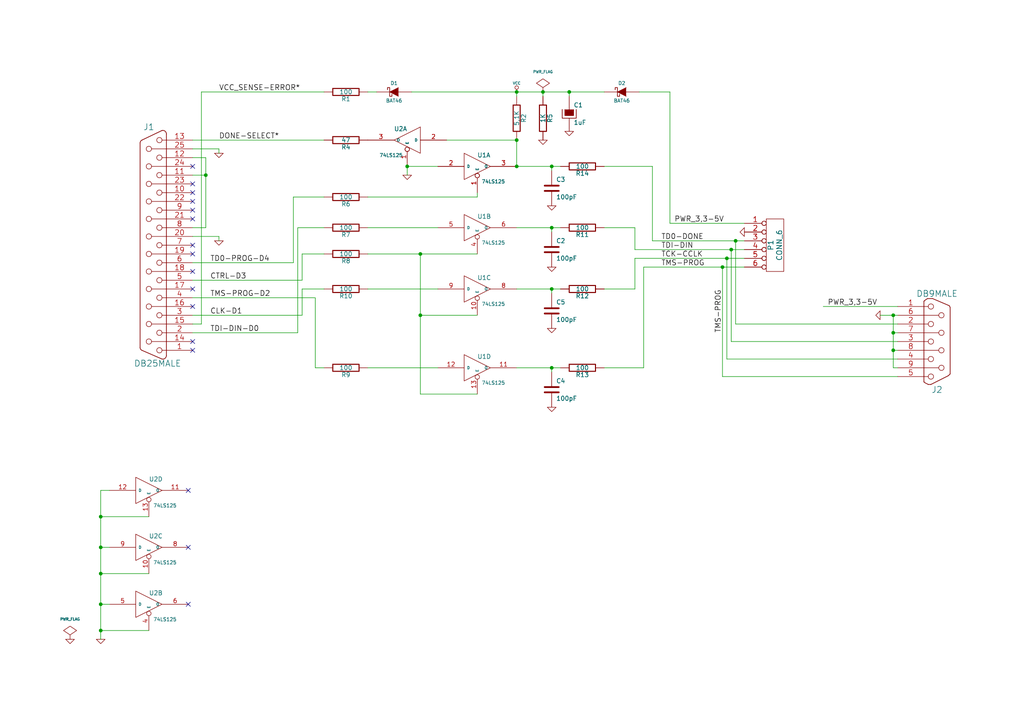
<source format=kicad_sch>
(kicad_sch (version 20230121) (generator eeschema)
  (paper "A4")
  (title_block (title "CABLE PARALLELE III") (date "10 feb 2011") (rev "1"))
  (lib_symbols
    (symbol "sonde-xilinx-rescue:74LS125" (pin_names (offset 0.762))
      (property "Reference" "U" (at 0 2.54 0))
      (property "Value" "74LS125" (at 1.27 -3.81 0))
      (symbol "74LS125_0_0"
        (pin power_in line (at -3.81 3.81 270) (length 0) hide (name "VCC") (number "14"))
        (pin power_in line (at -3.81 -3.81 90) (length 0) hide (name "GND") (number "7"))
      )
      (symbol "74LS125_0_1"
        (polyline (pts (xy -3.81 3.81) (xy -3.81 -3.81) (xy 3.81 0) (xy -3.81 3.81)))
      )
      (symbol "74LS125_1_0"
        (pin input inverted (at 0 -7.62 90) (length 5.588) (name "E") (number "1"))
      )
      (symbol "74LS125_1_1"
        (pin input line (at -11.43 0 0) (length 7.62) (name "D") (number "2"))
        (pin tri_state line (at 11.43 0 180) (length 7.62) (name "O") (number "3"))
      )
      (symbol "74LS125_2_0"
        (pin input inverted (at 0 -7.62 90) (length 5.588) (name "E") (number "4"))
      )
      (symbol "74LS125_2_1"
        (pin input line (at -11.43 0 0) (length 7.62) (name "D") (number "5"))
        (pin tri_state line (at 11.43 0 180) (length 7.62) (name "O") (number "6"))
      )
      (symbol "74LS125_3_0"
        (pin input inverted (at 0 -7.62 90) (length 5.588) (name "E") (number "10"))
      )
      (symbol "74LS125_3_1"
        (pin tri_state line (at 11.43 0 180) (length 7.62) (name "O") (number "8"))
        (pin input line (at -11.43 0 0) (length 7.62) (name "D") (number "9"))
      )
      (symbol "74LS125_4_0"
        (pin input inverted (at 0 -7.62 90) (length 5.588) (name "E") (number "13"))
      )
      (symbol "74LS125_4_1"
        (pin tri_state line (at 11.43 0 180) (length 7.62) (name "O") (number "11"))
        (pin input line (at -11.43 0 0) (length 7.62) (name "D") (number "12"))
      )
    )
    (symbol "sonde-xilinx-rescue:C" (pin_numbers hide) (pin_names (offset 0.254))
      (property "Reference" "C" (at 0 2.54 0))
      (property "Value" "C" (at 0.1524 -2.159 0))
      (symbol "C_0_1"
        (polyline (pts (xy -2.032 -0.762) (xy 2.032 -0.762)) (stroke (width 0.508)))
        (polyline (pts (xy -2.032 0.762) (xy 2.032 0.762)) (stroke (width 0.508)))
      )
      (symbol "C_1_1"
        (pin passive line (at 0 5.08 270) (length 4.318) (name "~") (number "1"))
        (pin passive line (at 0 -5.08 90) (length 4.318) (name "~") (number "2"))
      )
    )
    (symbol "sonde-xilinx-rescue:CONN_6" (pin_names (offset 0.762) hide)
      (property "Reference" "P" (at -1.27 0 90))
      (property "Value" "CONN_6" (at 1.27 0 90))
      (symbol "CONN_6_0_1"
        (rectangle (start -2.54 7.62) (end 2.54 -7.62))
      )
      (symbol "CONN_6_1_1"
        (pin passive inverted (at -8.89 6.35 0) (length 6.35) (name "1") (number "1"))
        (pin passive inverted (at -8.89 3.81 0) (length 6.35) (name "2") (number "2"))
        (pin passive inverted (at -8.89 1.27 0) (length 6.35) (name "3") (number "3"))
        (pin passive inverted (at -8.89 -1.27 0) (length 6.35) (name "4") (number "4"))
        (pin passive inverted (at -8.89 -3.81 0) (length 6.35) (name "5") (number "5"))
        (pin passive inverted (at -8.89 -6.35 0) (length 6.35) (name "6") (number "6"))
      )
    )
    (symbol "sonde-xilinx-rescue:CP" (pin_numbers hide) (pin_names (offset 0.254) hide)
      (property "Reference" "C" (at 1.27 2.54 0))
      (property "Value" "CP" (at 1.27 -2.54 0))
      (symbol "CP_0_1"
        (polyline (pts (xy -2.032 1.27) (xy -2.032 -1.27) (xy 2.032 -1.27) (xy 2.032 1.27)) (stroke (width 0.2032)))
        (polyline (pts (xy -1.27 1.27) (xy -1.27 -0.508) (xy 1.27 -0.508) (xy 1.27 1.27)) (fill (type outline)))
      )
      (symbol "CP_1_1"
        (pin passive line (at 0 5.08 270) (length 3.81) (name "~") (number "1"))
        (pin passive line (at 0 -5.08 90) (length 3.81) (name "~") (number "2"))
      )
    )
    (symbol "sonde-xilinx-rescue:DB25" (pin_names (offset 1.016) hide)
      (property "Reference" "J" (at 1.27 34.29 0))
      (property "Value" "DB25" (at -1.27 -34.29 0))
      (symbol "DB25_0_1"
        (arc (start -3.81 -32.004) (mid -3.4118 -32.8103) (end -2.54 -33.02) (stroke (width 0.2032)))
        (arc (start -2.54 33.274) (mid -3.4192 33.0712) (end -3.81 32.258) (stroke (width 0.2032)))
        (circle (center -1.778 -30.48) (radius 0.762))
        (circle (center -1.778 -25.4) (radius 0.762))
        (circle (center -1.778 -20.32) (radius 0.762))
        (circle (center -1.778 -15.24) (radius 0.762))
        (circle (center -1.778 -10.16) (radius 0.762))
        (circle (center -1.778 -5.08) (radius 0.762))
        (circle (center -1.778 0) (radius 0.762))
        (circle (center -1.778 5.08) (radius 0.762))
        (circle (center -1.778 10.16) (radius 0.762))
        (circle (center -1.778 15.24) (radius 0.762))
        (circle (center -1.778 20.32) (radius 0.762))
        (circle (center -1.778 25.4) (radius 0.762))
        (circle (center -1.778 30.48) (radius 0.762))
        (polyline (pts (xy -3.81 -32.004) (xy -3.81 32.258)) (stroke (width 0.2032)))
        (polyline (pts (xy -3.81 -30.48) (xy -2.54 -30.48)))
        (polyline (pts (xy -3.81 -27.94) (xy 0.508 -27.94)))
        (polyline (pts (xy -3.81 -25.4) (xy -2.54 -25.4)))
        (polyline (pts (xy -3.81 -22.86) (xy 0.508 -22.86)))
        (polyline (pts (xy -3.81 -20.32) (xy -2.54 -20.32)))
        (polyline (pts (xy -3.81 -17.78) (xy 0.508 -17.78)))
        (polyline (pts (xy -3.81 -15.24) (xy -2.54 -15.24)))
        (polyline (pts (xy -3.81 -12.7) (xy 0.508 -12.7)))
        (polyline (pts (xy -3.81 -10.16) (xy -2.54 -10.16)))
        (polyline (pts (xy -3.81 -7.62) (xy 0.508 -7.62)))
        (polyline (pts (xy -3.81 -5.08) (xy -2.54 -5.08)))
        (polyline (pts (xy -3.81 -2.54) (xy 0.508 -2.54)))
        (polyline (pts (xy -3.81 0) (xy -2.54 0)))
        (polyline (pts (xy -3.81 2.54) (xy 0.508 2.54)))
        (polyline (pts (xy -3.81 5.08) (xy -2.54 5.08)))
        (polyline (pts (xy -3.81 7.62) (xy 0.508 7.62)))
        (polyline (pts (xy -3.81 10.16) (xy -2.54 10.16)))
        (polyline (pts (xy -3.81 12.7) (xy 0.508 12.7)))
        (polyline (pts (xy -3.81 15.24) (xy -2.54 15.24)))
        (polyline (pts (xy -3.81 17.78) (xy 0.508 17.78)))
        (polyline (pts (xy -3.81 20.32) (xy -2.54 20.32)))
        (polyline (pts (xy -3.81 22.86) (xy 0.508 22.86)))
        (polyline (pts (xy -3.81 25.4) (xy -2.54 25.4)))
        (polyline (pts (xy -3.81 27.94) (xy 0.508 27.94)))
        (polyline (pts (xy -3.81 30.48) (xy -2.54 30.48)))
        (polyline (pts (xy -2.54 -33.02) (xy 3.302 -30.48)) (stroke (width 0.2032)))
        (polyline (pts (xy 3.302 30.48) (xy -2.54 33.274)) (stroke (width 0.2032)))
        (polyline (pts (xy 3.81 -29.718) (xy 3.81 29.718)) (stroke (width 0.2032)))
        (circle (center 1.27 -27.94) (radius 0.762))
        (circle (center 1.27 -22.86) (radius 0.762))
        (circle (center 1.27 -17.78) (radius 0.762))
        (circle (center 1.27 -12.7) (radius 0.762))
        (circle (center 1.27 -7.62) (radius 0.762))
        (circle (center 1.27 -2.54) (radius 0.762))
        (circle (center 1.27 2.54) (radius 0.762))
        (circle (center 1.27 7.62) (radius 0.762))
        (circle (center 1.27 12.7) (radius 0.762))
        (circle (center 1.27 17.78) (radius 0.762))
        (circle (center 1.27 22.86) (radius 0.762))
        (circle (center 1.27 27.94) (radius 0.762))
        (arc (start 3.302 -30.48) (mid 3.6653 -30.1718) (end 3.81 -29.718) (stroke (width 0.2032)))
        (arc (start 3.7846 29.718) (mid 3.654 30.1598) (end 3.302 30.4546) (stroke (width 0.2032)))
      )
      (symbol "DB25_1_1"
        (pin passive line (at -11.43 -30.48 0) (length 7.62) (name "1") (number "1"))
        (pin passive line (at -11.43 15.24 0) (length 7.62) (name "10") (number "10"))
        (pin passive line (at -11.43 20.32 0) (length 7.62) (name "11") (number "11"))
        (pin passive line (at -11.43 25.4 0) (length 7.62) (name "12") (number "12"))
        (pin passive line (at -11.43 30.48 0) (length 7.62) (name "13") (number "13"))
        (pin passive line (at -11.43 -27.94 0) (length 7.62) (name "P14") (number "14"))
        (pin passive line (at -11.43 -22.86 0) (length 7.62) (name "P15") (number "15"))
        (pin passive line (at -11.43 -17.78 0) (length 7.62) (name "P16") (number "16"))
        (pin passive line (at -11.43 -12.7 0) (length 7.62) (name "P17") (number "17"))
        (pin passive line (at -11.43 -7.62 0) (length 7.62) (name "P18") (number "18"))
        (pin passive line (at -11.43 -2.54 0) (length 7.62) (name "P19") (number "19"))
        (pin passive line (at -11.43 -25.4 0) (length 7.62) (name "2") (number "2"))
        (pin passive line (at -11.43 2.54 0) (length 7.62) (name "P20") (number "20"))
        (pin passive line (at -11.43 7.62 0) (length 7.62) (name "P21") (number "21"))
        (pin passive line (at -11.43 12.7 0) (length 7.62) (name "P22") (number "22"))
        (pin passive line (at -11.43 17.78 0) (length 7.62) (name "P23") (number "23"))
        (pin passive line (at -11.43 22.86 0) (length 7.62) (name "P24") (number "24"))
        (pin passive line (at -11.43 27.94 0) (length 7.62) (name "P25") (number "25"))
        (pin passive line (at -11.43 -20.32 0) (length 7.62) (name "3") (number "3"))
        (pin passive line (at -11.43 -15.24 0) (length 7.62) (name "4") (number "4"))
        (pin passive line (at -11.43 -10.16 0) (length 7.62) (name "5") (number "5"))
        (pin passive line (at -11.43 -5.08 0) (length 7.62) (name "6") (number "6"))
        (pin passive line (at -11.43 0 0) (length 7.62) (name "7") (number "7"))
        (pin passive line (at -11.43 5.08 0) (length 7.62) (name "8") (number "8"))
        (pin passive line (at -11.43 10.16 0) (length 7.62) (name "9") (number "9"))
      )
    )
    (symbol "sonde-xilinx-rescue:DB9" (pin_names (offset 1.016) hide)
      (property "Reference" "J" (at 0 13.97 0))
      (property "Value" "DB9" (at 0 -13.97 0))
      (symbol "DB9_0_1"
        (circle (center -1.778 -10.16) (radius 0.762))
        (circle (center -1.778 -5.08) (radius 0.762))
        (circle (center -1.778 0) (radius 0.762))
        (circle (center -1.778 5.08) (radius 0.762))
        (circle (center -1.778 10.16) (radius 0.762))
        (polyline (pts (xy -3.81 -11.684) (xy -3.81 11.684)) (stroke (width 0.2032)))
        (polyline (pts (xy -3.81 -11.6586) (xy -3.556 -11.938)) (stroke (width 0.2032)))
        (polyline (pts (xy -3.81 -10.16) (xy -2.54 -10.16)))
        (polyline (pts (xy -3.81 -7.62) (xy 0.508 -7.62)))
        (polyline (pts (xy -3.81 -5.08) (xy -2.54 -5.08)))
        (polyline (pts (xy -3.81 -2.54) (xy 0.508 -2.54)))
        (polyline (pts (xy -3.81 0) (xy -2.54 0)))
        (polyline (pts (xy -3.81 2.54) (xy 0.508 2.54)))
        (polyline (pts (xy -3.81 5.08) (xy -2.54 5.08)))
        (polyline (pts (xy -3.81 7.62) (xy 0.508 7.62)))
        (polyline (pts (xy -3.81 10.16) (xy -2.54 10.16)))
        (polyline (pts (xy -3.556 -11.938) (xy -2.794 -12.446)) (stroke (width 0.2032)))
        (polyline (pts (xy -3.556 11.938) (xy -3.81 11.684)) (stroke (width 0.2032)))
        (polyline (pts (xy -3.556 11.938) (xy -2.54 12.446)) (stroke (width 0.2032)))
        (polyline (pts (xy -2.794 -12.446) (xy -1.27 -12.446)) (stroke (width 0.2032)))
        (polyline (pts (xy -2.54 12.446) (xy -1.778 12.446)) (stroke (width 0.2032)))
        (polyline (pts (xy 3.2766 9.906) (xy -1.778 12.446)) (stroke (width 0.2032)))
        (polyline (pts (xy 3.2766 9.906) (xy 3.81 9.398)) (stroke (width 0.2032)))
        (polyline (pts (xy 3.556 -10.3886) (xy -1.27 -12.446)) (stroke (width 0.2032)))
        (polyline (pts (xy 3.81 -9.906) (xy 3.556 -10.3886)) (stroke (width 0.2032)))
        (polyline (pts (xy 3.81 9.398) (xy 3.81 -9.906)) (stroke (width 0.2032)))
        (circle (center 1.27 -7.62) (radius 0.762))
        (circle (center 1.27 -2.54) (radius 0.762))
        (circle (center 1.27 2.54) (radius 0.762))
        (circle (center 1.27 7.62) (radius 0.762))
      )
      (symbol "DB9_1_1"
        (pin passive line (at -11.43 -10.16 0) (length 7.62) (name "1") (number "1"))
        (pin passive line (at -11.43 -5.08 0) (length 7.62) (name "2") (number "2"))
        (pin passive line (at -11.43 0 0) (length 7.62) (name "3") (number "3"))
        (pin passive line (at -11.43 5.08 0) (length 7.62) (name "4") (number "4"))
        (pin passive line (at -11.43 10.16 0) (length 7.62) (name "5") (number "5"))
        (pin passive line (at -11.43 -7.62 0) (length 7.62) (name "P6") (number "6"))
        (pin passive line (at -11.43 -2.54 0) (length 7.62) (name "P7") (number "7"))
        (pin passive line (at -11.43 2.54 0) (length 7.62) (name "P8") (number "8"))
        (pin passive line (at -11.43 7.62 0) (length 7.62) (name "P9") (number "9"))
      )
    )
    (symbol "sonde-xilinx-rescue:DIODESCH" (pin_numbers hide) (pin_names (offset 1.016) hide)
      (property "Reference" "D" (at 0 2.54 0))
      (property "Value" "DIODESCH" (at 0 -2.54 0))
      (symbol "DIODESCH_0_1"
        (polyline (pts (xy -1.27 1.27) (xy 1.27 0) (xy -1.27 -1.27)) (fill (type outline)))
        (polyline (pts (xy 1.905 0.635) (xy 1.905 1.27) (xy 1.27 1.27) (xy 1.27 -1.27) (xy 0.635 -1.27) (xy 0.635 -0.635)) (stroke (width 0.2032)))
      )
      (symbol "DIODESCH_1_1"
        (pin passive line (at -5.08 0 0) (length 3.81) (name "A") (number "1"))
        (pin passive line (at 5.08 0 180) (length 3.81) (name "K") (number "2"))
      )
    )
    (symbol "sonde-xilinx-rescue:GND" (power) (pin_names (offset 0))
      (symbol "GND_0_1"
        (polyline (pts (xy -1.27 0) (xy 0 -1.27) (xy 1.27 0) (xy -1.27 0)))
      )
      (symbol "GND_1_1"
        (pin power_in line (at 0 0 90) (length 0) hide (name "GND") (number "1"))
      )
    )
    (symbol "sonde-xilinx-rescue:PWR_FLAG" (power) (pin_numbers hide) (pin_names (offset 0) hide)
      (property "Value" "PWR_FLAG" (at 0 4.572 0))
      (symbol "PWR_FLAG_0_0"
        (pin power_out line (at 0 0 90) (length 0) (name "pwr") (number "1"))
      )
      (symbol "PWR_FLAG_0_1"
        (polyline (pts (xy 0 0) (xy 0 1.27) (xy -1.905 2.54) (xy 0 3.81) (xy 1.905 2.54) (xy 0 1.27)))
      )
    )
    (symbol "sonde-xilinx-rescue:R" (pin_numbers hide) (pin_names (offset 0))
      (property "Reference" "R" (at 2.032 0 90))
      (property "Value" "R" (at 0.1778 0.0254 90))
      (symbol "R_0_1"
        (rectangle (start -1.016 3.81) (end 1.016 -3.81) (stroke (width 0.3048)))
      )
      (symbol "R_1_1"
        (pin passive line (at 0 6.35 270) (length 2.54) (name "~") (number "1"))
        (pin passive line (at 0 -6.35 90) (length 2.54) (name "~") (number "2"))
      )
    )
    (symbol "sonde-xilinx-rescue:VCC" (power) (pin_names (offset 0))
      (property "Value" "VCC" (at 0 2.54 0))
      (symbol "VCC_0_0"
        (pin power_in line (at 0 0 90) (length 0) hide (name "VCC") (number "1"))
      )
      (symbol "VCC_0_1"
        (polyline (pts (xy 0 0) (xy 0 0.762) (xy 0 0.762)))
        (circle (center 0 1.27) (radius 0.508))
      )
    )
  )
  (junction (at 149.86 48.26))
  (junction (at 59.69 50.8))
  (junction (at 160.02 106.68))
  (junction (at 29.21 166.37))
  (junction (at 165.1 26.67))
  (junction (at 259.08 91.44))
  (junction (at 121.92 73.66))
  (junction (at 29.21 149.86))
  (junction (at 160.02 83.82))
  (junction (at 118.11 48.26))
  (junction (at 29.21 175.26))
  (junction (at 29.21 158.75))
  (junction (at 149.86 40.64))
  (junction (at 160.02 48.26))
  (junction (at 210.82 74.93))
  (junction (at 160.02 66.04))
  (junction (at 213.36 69.85))
  (junction (at 149.86 26.67))
  (junction (at 121.92 91.44))
  (junction (at 212.09 72.39))
  (junction (at 29.21 182.88))
  (junction (at 259.08 96.52))
  (junction (at 209.55 77.47))
  (junction (at 157.48 26.67))
  (junction (at 259.08 101.6))
  (no_connect (at 55.88 58.42))
  (no_connect (at 55.88 78.74))
  (no_connect (at 55.88 83.82))
  (no_connect (at 55.88 63.5))
  (no_connect (at 55.88 99.06))
  (no_connect (at 55.88 60.96))
  (no_connect (at 54.61 142.24))
  (no_connect (at 55.88 53.34))
  (no_connect (at 54.61 175.26))
  (no_connect (at 55.88 55.88))
  (no_connect (at 55.88 101.6))
  (no_connect (at 55.88 88.9))
  (no_connect (at 54.61 158.75))
  (no_connect (at 55.88 48.26))
  (no_connect (at 55.88 71.12))
  (no_connect (at 55.88 73.66))
  (wire (pts (xy 160.02 107.95) (xy 160.02 106.68)))
  (wire (pts (xy 209.55 77.47) (xy 215.9 77.47)))
  (wire (pts (xy 91.44 86.36) (xy 55.88 86.36)))
  (wire (pts (xy 149.86 26.67) (xy 149.86 27.94)))
  (wire (pts (xy 127 83.82) (xy 106.68 83.82)))
  (wire (pts (xy 121.92 91.44) (xy 121.92 73.66)))
  (wire (pts (xy 160.02 67.31) (xy 160.02 66.04)))
  (wire (pts (xy 160.02 106.68) (xy 149.86 106.68)))
  (wire (pts (xy 175.26 106.68) (xy 186.69 106.68)))
  (wire (pts (xy 213.36 93.98) (xy 213.36 69.85)))
  (wire (pts (xy 55.88 81.28) (xy 87.63 81.28)))
  (wire (pts (xy 157.48 26.67) (xy 157.48 27.94)))
  (wire (pts (xy 118.11 48.26) (xy 127 48.26)))
  (wire (pts (xy 29.21 142.24) (xy 31.75 142.24)))
  (wire (pts (xy 259.08 101.6) (xy 259.08 106.68)))
  (wire (pts (xy 58.42 26.67) (xy 58.42 93.98)))
  (wire (pts (xy 55.88 76.2) (xy 85.09 76.2)))
  (wire (pts (xy 29.21 166.37) (xy 29.21 158.75)))
  (wire (pts (xy 213.36 69.85) (xy 189.23 69.85)))
  (wire (pts (xy 55.88 91.44) (xy 87.63 91.44)))
  (wire (pts (xy 55.88 96.52) (xy 86.36 96.52)))
  (wire (pts (xy 63.5 43.18) (xy 55.88 43.18)))
  (wire (pts (xy 149.86 26.67) (xy 119.38 26.67)))
  (wire (pts (xy 260.35 88.9) (xy 238.76 88.9)))
  (wire (pts (xy 215.9 74.93) (xy 210.82 74.93)))
  (wire (pts (xy 85.09 76.2) (xy 85.09 57.15)))
  (wire (pts (xy 106.68 57.15) (xy 138.43 57.15)))
  (wire (pts (xy 121.92 73.66) (xy 106.68 73.66)))
  (wire (pts (xy 162.56 106.68) (xy 160.02 106.68)))
  (wire (pts (xy 118.11 50.8) (xy 118.11 48.26)))
  (wire (pts (xy 63.5 68.58) (xy 55.88 68.58)))
  (wire (pts (xy 175.26 26.67) (xy 165.1 26.67)))
  (wire (pts (xy 149.86 40.64) (xy 129.54 40.64)))
  (wire (pts (xy 259.08 91.44) (xy 259.08 96.52)))
  (wire (pts (xy 210.82 74.93) (xy 184.15 74.93)))
  (wire (pts (xy 184.15 66.04) (xy 175.26 66.04)))
  (wire (pts (xy 59.69 45.72) (xy 55.88 45.72)))
  (wire (pts (xy 194.31 26.67) (xy 185.42 26.67)))
  (wire (pts (xy 194.31 64.77) (xy 194.31 26.67)))
  (wire (pts (xy 63.5 69.85) (xy 63.5 68.58)))
  (wire (pts (xy 87.63 73.66) (xy 93.98 73.66)))
  (wire (pts (xy 29.21 185.42) (xy 29.21 182.88)))
  (wire (pts (xy 259.08 96.52) (xy 259.08 101.6)))
  (wire (pts (xy 87.63 91.44) (xy 87.63 83.82)))
  (wire (pts (xy 149.86 48.26) (xy 149.86 40.64)))
  (wire (pts (xy 260.35 109.22) (xy 209.55 109.22)))
  (wire (pts (xy 121.92 114.3) (xy 121.92 91.44)))
  (wire (pts (xy 29.21 182.88) (xy 29.21 175.26)))
  (wire (pts (xy 186.69 77.47) (xy 209.55 77.47)))
  (wire (pts (xy 43.18 149.86) (xy 29.21 149.86)))
  (wire (pts (xy 59.69 66.04) (xy 55.88 66.04)))
  (wire (pts (xy 63.5 44.45) (xy 63.5 43.18)))
  (wire (pts (xy 184.15 83.82) (xy 175.26 83.82)))
  (wire (pts (xy 189.23 69.85) (xy 189.23 48.26)))
  (wire (pts (xy 93.98 106.68) (xy 91.44 106.68)))
  (wire (pts (xy 259.08 106.68) (xy 260.35 106.68)))
  (wire (pts (xy 127 66.04) (xy 106.68 66.04)))
  (wire (pts (xy 149.86 66.04) (xy 160.02 66.04)))
  (wire (pts (xy 260.35 101.6) (xy 259.08 101.6)))
  (wire (pts (xy 87.63 83.82) (xy 93.98 83.82)))
  (wire (pts (xy 29.21 158.75) (xy 29.21 149.86)))
  (wire (pts (xy 109.22 26.67) (xy 106.68 26.67)))
  (wire (pts (xy 85.09 57.15) (xy 93.98 57.15)))
  (wire (pts (xy 59.69 66.04) (xy 59.69 50.8)))
  (wire (pts (xy 209.55 109.22) (xy 209.55 77.47)))
  (wire (pts (xy 186.69 106.68) (xy 186.69 77.47)))
  (wire (pts (xy 260.35 93.98) (xy 213.36 93.98)))
  (wire (pts (xy 212.09 99.06) (xy 212.09 72.39)))
  (wire (pts (xy 160.02 85.09) (xy 160.02 83.82)))
  (wire (pts (xy 160.02 48.26) (xy 149.86 48.26)))
  (wire (pts (xy 259.08 91.44) (xy 255.27 91.44)))
  (wire (pts (xy 157.48 26.67) (xy 149.86 26.67)))
  (wire (pts (xy 86.36 66.04) (xy 93.98 66.04)))
  (wire (pts (xy 260.35 104.14) (xy 210.82 104.14)))
  (wire (pts (xy 43.18 166.37) (xy 29.21 166.37)))
  (wire (pts (xy 31.75 175.26) (xy 29.21 175.26)))
  (wire (pts (xy 138.43 91.44) (xy 121.92 91.44)))
  (wire (pts (xy 215.9 72.39) (xy 212.09 72.39)))
  (wire (pts (xy 160.02 49.53) (xy 160.02 48.26)))
  (wire (pts (xy 87.63 81.28) (xy 87.63 73.66)))
  (wire (pts (xy 260.35 99.06) (xy 212.09 99.06)))
  (wire (pts (xy 215.9 69.85) (xy 213.36 69.85)))
  (wire (pts (xy 160.02 66.04) (xy 162.56 66.04)))
  (wire (pts (xy 184.15 72.39) (xy 184.15 66.04)))
  (wire (pts (xy 86.36 96.52) (xy 86.36 66.04)))
  (wire (pts (xy 55.88 40.64) (xy 93.98 40.64)))
  (wire (pts (xy 55.88 50.8) (xy 59.69 50.8)))
  (wire (pts (xy 165.1 27.94) (xy 165.1 26.67)))
  (wire (pts (xy 162.56 83.82) (xy 160.02 83.82)))
  (wire (pts (xy 59.69 50.8) (xy 59.69 45.72)))
  (wire (pts (xy 260.35 91.44) (xy 259.08 91.44)))
  (wire (pts (xy 58.42 26.67) (xy 93.98 26.67)))
  (wire (pts (xy 127 106.68) (xy 106.68 106.68)))
  (wire (pts (xy 29.21 149.86) (xy 29.21 142.24)))
  (wire (pts (xy 138.43 73.66) (xy 121.92 73.66)))
  (wire (pts (xy 215.9 64.77) (xy 194.31 64.77)))
  (wire (pts (xy 29.21 175.26) (xy 29.21 166.37)))
  (wire (pts (xy 212.09 72.39) (xy 184.15 72.39)))
  (wire (pts (xy 162.56 48.26) (xy 160.02 48.26)))
  (wire (pts (xy 184.15 74.93) (xy 184.15 83.82)))
  (wire (pts (xy 58.42 93.98) (xy 55.88 93.98)))
  (wire (pts (xy 210.82 104.14) (xy 210.82 74.93)))
  (wire (pts (xy 160.02 83.82) (xy 149.86 83.82)))
  (wire (pts (xy 138.43 114.3) (xy 121.92 114.3)))
  (wire (pts (xy 43.18 182.88) (xy 29.21 182.88)))
  (wire (pts (xy 189.23 48.26) (xy 175.26 48.26)))
  (wire (pts (xy 31.75 158.75) (xy 29.21 158.75)))
  (wire (pts (xy 260.35 96.52) (xy 259.08 96.52)))
  (wire (pts (xy 138.43 57.15) (xy 138.43 55.88)))
  (wire (pts (xy 91.44 106.68) (xy 91.44 86.36)))
  (wire (pts (xy 165.1 26.67) (xy 157.48 26.67)))
  (label "CTRL-D3" (at 60.96 81.28 0) (effects (font (size 1.524 1.524))))
  (label "DONE-SELECT*" (at 63.5 40.64 0) (effects (font (size 1.524 1.524))))
  (label "VCC_SENSE-ERROR*" (at 63.5 26.67 0) (effects (font (size 1.524 1.524))))
  (label "PWR_3,3-5V" (at 240.03 88.9 0) (effects (font (size 1.524 1.524))))
  (label "CLK-D1" (at 60.96 91.44 0) (effects (font (size 1.524 1.524))))
  (label "TD0-PROG-D4" (at 60.96 76.2 0) (effects (font (size 1.524 1.524))))
  (label "TDI-DIN" (at 191.77 72.39 0) (effects (font (size 1.524 1.524))))
  (label "TDI-DIN-D0" (at 60.96 96.52 0) (effects (font (size 1.524 1.524))))
  (label "TD0-DONE" (at 191.77 69.85 0) (effects (font (size 1.524 1.524))))
  (label "TMS-PROG-D2" (at 60.96 86.36 0) (effects (font (size 1.524 1.524))))
  (label "TMS-PROG" (at 191.77 77.47 0) (effects (font (size 1.524 1.524))))
  (label "TCK-CCLK" (at 191.77 74.93 0) (effects (font (size 1.524 1.524))))
  (label "TMS-PROG" (at 209.55 96.52 90) (effects (font (size 1.524 1.524))))
  (label "PWR_3,3-5V" (at 195.58 64.77 0) (effects (font (size 1.524 1.524))))
  (symbol (lib_id "sonde-xilinx-rescue:DB25") (at 44.45 71.12 0) (mirror y) (unit 1)
    (property "Reference" "J1" (at 43.18 36.83 0) (effects (font (size 1.778 1.778))))
    (property "Value" "DB25MALE" (at 45.72 105.41 0) (effects (font (size 1.778 1.778))))
  )
  (symbol (lib_id "sonde-xilinx-rescue:R") (at 100.33 26.67 270) (unit 1)
    (property "Reference" "R1" (at 100.33 28.702 90))
    (property "Value" "100" (at 100.33 26.67 90))
  )
  (symbol (lib_id "sonde-xilinx-rescue:R") (at 100.33 40.64 270) (unit 1)
    (property "Reference" "R4" (at 100.33 42.672 90))
    (property "Value" "47" (at 100.33 40.64 90))
  )
  (symbol (lib_id "sonde-xilinx-rescue:R") (at 100.33 57.15 270) (unit 1)
    (property "Reference" "R6" (at 100.33 59.182 90))
    (property "Value" "100" (at 100.33 57.15 90))
  )
  (symbol (lib_id "sonde-xilinx-rescue:R") (at 100.33 83.82 270) (unit 1)
    (property "Reference" "R10" (at 100.33 85.852 90))
    (property "Value" "100" (at 100.33 83.82 90))
  )
  (symbol (lib_id "sonde-xilinx-rescue:R") (at 100.33 106.68 270) (unit 1)
    (property "Reference" "R9" (at 100.33 108.712 90))
    (property "Value" "100" (at 100.33 106.68 90))
  )
  (symbol (lib_id "sonde-xilinx-rescue:74LS125") (at 118.11 40.64 0) (mirror y) (unit 1)
    (property "Reference" "U2" (at 118.11 38.1 0) (effects (justify left bottom)))
    (property "Value" "74LS125" (at 116.84 44.45 0) (effects (font (size 1.016 1.016)) (justify left top)))
  )
  (symbol (lib_id "sonde-xilinx-rescue:74LS125") (at 138.43 48.26 0) (unit 1)
    (property "Reference" "U1" (at 138.43 45.72 0) (effects (justify left bottom)))
    (property "Value" "74LS125" (at 139.7 52.07 0) (effects (font (size 1.016 1.016)) (justify left top)))
  )
  (symbol (lib_id "sonde-xilinx-rescue:74LS125") (at 138.43 66.04 0) (unit 2)
    (property "Reference" "U1" (at 138.43 63.5 0) (effects (justify left bottom)))
    (property "Value" "74LS125" (at 139.7 69.8246 0) (effects (font (size 1.016 1.016)) (justify left top)))
  )
  (symbol (lib_id "sonde-xilinx-rescue:74LS125") (at 138.43 83.82 0) (unit 3)
    (property "Reference" "U1" (at 138.43 81.28 0) (effects (justify left bottom)))
    (property "Value" "74LS125" (at 139.7 87.6046 0) (effects (font (size 1.016 1.016)) (justify left top)))
  )
  (symbol (lib_id "sonde-xilinx-rescue:74LS125") (at 138.43 106.68 0) (unit 4)
    (property "Reference" "U1" (at 138.43 104.14 0) (effects (justify left bottom)))
    (property "Value" "74LS125" (at 139.7 110.4646 0) (effects (font (size 1.016 1.016)) (justify left top)))
  )
  (symbol (lib_id "sonde-xilinx-rescue:74LS125") (at 43.18 175.26 0) (unit 2)
    (property "Reference" "U2" (at 43.18 172.72 0) (effects (justify left bottom)))
    (property "Value" "74LS125" (at 44.45 179.07 0) (effects (font (size 1.016 1.016)) (justify left top)))
  )
  (symbol (lib_id "sonde-xilinx-rescue:74LS125") (at 43.18 158.75 0) (unit 3)
    (property "Reference" "U2" (at 43.18 156.21 0) (effects (justify left bottom)))
    (property "Value" "74LS125" (at 44.45 162.56 0) (effects (font (size 1.016 1.016)) (justify left top)))
  )
  (symbol (lib_id "sonde-xilinx-rescue:74LS125") (at 43.18 142.24 0) (unit 4)
    (property "Reference" "U2" (at 43.18 139.7 0) (effects (justify left bottom)))
    (property "Value" "74LS125" (at 44.45 146.05 0) (effects (font (size 1.016 1.016)) (justify left top)))
  )
  (symbol (lib_id "sonde-xilinx-rescue:GND") (at 29.21 185.42 0) (unit 1)
    (property "Reference" "#PWR016" (effects hide))
    (property "Value" "GND" (effects hide))
  )
  (symbol (lib_id "sonde-xilinx-rescue:GND") (at 118.11 50.8 0) (unit 1)
    (property "Reference" "#PWR015" (effects hide))
    (property "Value" "GND" (effects hide))
  )
  (symbol (lib_id "sonde-xilinx-rescue:GND") (at 63.5 44.45 0) (unit 1)
    (property "Reference" "#PWR014" (effects hide))
    (property "Value" "GND" (effects hide))
  )
  (symbol (lib_id "sonde-xilinx-rescue:DIODESCH") (at 114.3 26.67 0) (mirror y) (unit 1)
    (property "Reference" "D1" (at 114.3 24.13 0) (effects (font (size 1.016 1.016))))
    (property "Value" "BAT46" (at 114.3 29.21 0) (effects (font (size 1.016 1.016))))
  )
  (symbol (lib_id "sonde-xilinx-rescue:DIODESCH") (at 180.34 26.67 0) (mirror y) (unit 1)
    (property "Reference" "D2" (at 180.34 24.13 0) (effects (font (size 1.016 1.016))))
    (property "Value" "BAT46" (at 180.34 29.21 0) (effects (font (size 1.016 1.016))))
  )
  (symbol (lib_id "sonde-xilinx-rescue:R") (at 149.86 34.29 0) (unit 1)
    (property "Reference" "R2" (at 151.892 34.29 90))
    (property "Value" "5,1K" (at 149.86 34.29 90))
  )
  (symbol (lib_id "sonde-xilinx-rescue:R") (at 157.48 34.29 0) (unit 1)
    (property "Reference" "R5" (at 159.512 34.29 90))
    (property "Value" "1K" (at 157.48 34.29 90))
  )
  (symbol (lib_id "sonde-xilinx-rescue:R") (at 168.91 48.26 270) (unit 1)
    (property "Reference" "R14" (at 168.91 50.292 90))
    (property "Value" "100" (at 168.91 48.26 90))
  )
  (symbol (lib_id "sonde-xilinx-rescue:C") (at 160.02 113.03 0) (unit 1)
    (property "Reference" "C4" (at 161.29 110.49 0) (effects (justify left)))
    (property "Value" "100pF" (at 161.29 115.57 0) (effects (justify left)))
  )
  (symbol (lib_id "sonde-xilinx-rescue:GND") (at 160.02 118.11 0) (unit 1)
    (property "Reference" "#PWR01" (effects hide))
    (property "Value" "GND" (effects hide))
  )
  (symbol (lib_id "sonde-xilinx-rescue:GND") (at 157.48 40.64 0) (unit 1)
    (property "Reference" "#PWR012" (effects hide))
    (property "Value" "GND" (effects hide))
  )
  (symbol (lib_id "sonde-xilinx-rescue:CP") (at 165.1 33.02 0) (unit 1)
    (property "Reference" "C1" (at 166.37 30.48 0) (effects (justify left)))
    (property "Value" "1uF" (at 166.37 35.5346 0) (effects (justify left)))
  )
  (symbol (lib_id "sonde-xilinx-rescue:GND") (at 165.1 38.1 0) (unit 1)
    (property "Reference" "#PWR09" (effects hide))
    (property "Value" "GND" (effects hide))
  )
  (symbol (lib_id "sonde-xilinx-rescue:CONN_6") (at 224.79 71.12 0) (unit 1)
    (property "Reference" "P1" (at 223.52 71.12 90) (effects (font (size 1.524 1.524))))
    (property "Value" "CONN_6" (at 226.06 71.12 90) (effects (font (size 1.524 1.524))))
  )
  (symbol (lib_id "sonde-xilinx-rescue:GND") (at 215.9 67.31 270) (unit 1)
    (property "Reference" "#PWR08" (effects hide))
    (property "Value" "GND" (effects hide))
  )
  (symbol (lib_id "sonde-xilinx-rescue:PWR_FLAG") (at 20.32 185.42 0) (unit 1)
    (property "Reference" "#FLG05" (effects hide))
    (property "Value" "PWR_FLAG" (at 20.32 179.578 0) (effects (font (size 0.762 0.762))))
  )
  (symbol (lib_id "sonde-xilinx-rescue:GND") (at 20.32 185.42 0) (unit 1)
    (property "Reference" "#PWR04" (effects hide))
    (property "Value" "GND" (effects hide))
  )
  (symbol (lib_id "sonde-xilinx-rescue:VCC") (at 149.86 26.67 0) (unit 1)
    (property "Reference" "#PWR03" (effects hide))
    (property "Value" "VCC" (at 149.86 24.13 0) (effects (font (size 0.762 0.762))))
  )
  (symbol (lib_id "sonde-xilinx-rescue:PWR_FLAG") (at 157.48 26.67 0) (unit 1)
    (property "Reference" "#FLG02" (effects hide))
    (property "Value" "PWR_FLAG" (at 157.48 20.828 0) (effects (font (size 0.762 0.762))))
  )
  (symbol (lib_id "sonde-xilinx-rescue:DB9") (at 271.78 99.06 0) (mirror x) (unit 1)
    (property "Reference" "J2" (at 271.78 113.03 0) (effects (font (size 1.778 1.778))))
    (property "Value" "DB9MALE" (at 271.78 85.1662 0) (effects (font (size 1.778 1.778))))
  )
  (symbol (lib_id "sonde-xilinx-rescue:R") (at 168.91 66.04 270) (unit 1)
    (property "Reference" "R11" (at 168.91 68.072 90))
    (property "Value" "100" (at 168.91 66.04 90))
  )
  (symbol (lib_id "sonde-xilinx-rescue:R") (at 100.33 66.04 270) (unit 1)
    (property "Reference" "R7" (at 100.33 68.072 90))
    (property "Value" "100" (at 100.33 66.04 90))
  )
  (symbol (lib_id "sonde-xilinx-rescue:R") (at 100.33 73.66 270) (unit 1)
    (property "Reference" "R8" (at 100.33 75.692 90))
    (property "Value" "100" (at 100.33 73.66 90))
  )
  (symbol (lib_id "sonde-xilinx-rescue:GND") (at 63.5 69.85 0) (unit 1)
    (property "Reference" "#PWR06" (effects hide))
    (property "Value" "GND" (effects hide))
  )
  (symbol (lib_id "sonde-xilinx-rescue:R") (at 168.91 106.68 270) (unit 1)
    (property "Reference" "R13" (at 168.91 108.712 90))
    (property "Value" "100" (at 168.91 106.68 90))
  )
  (symbol (lib_id "sonde-xilinx-rescue:R") (at 168.91 83.82 270) (unit 1)
    (property "Reference" "R12" (at 168.91 85.852 90))
    (property "Value" "100" (at 168.91 83.82 90))
  )
  (symbol (lib_id "sonde-xilinx-rescue:C") (at 160.02 54.61 0) (unit 1)
    (property "Reference" "C3" (at 161.29 52.07 0) (effects (justify left)))
    (property "Value" "100pF" (at 161.29 57.15 0) (effects (justify left)))
  )
  (symbol (lib_id "sonde-xilinx-rescue:C") (at 160.02 72.39 0) (unit 1)
    (property "Reference" "C2" (at 161.29 69.85 0) (effects (justify left)))
    (property "Value" "100pF" (at 161.29 74.93 0) (effects (justify left)))
  )
  (symbol (lib_id "sonde-xilinx-rescue:C") (at 160.02 90.17 0) (unit 1)
    (property "Reference" "C5" (at 161.29 87.63 0) (effects (justify left)))
    (property "Value" "100pF" (at 161.29 92.71 0) (effects (justify left)))
  )
  (symbol (lib_id "sonde-xilinx-rescue:GND") (at 160.02 59.69 0) (unit 1)
    (property "Reference" "#PWR013" (effects hide))
    (property "Value" "GND" (effects hide))
  )
  (symbol (lib_id "sonde-xilinx-rescue:GND") (at 160.02 77.47 0) (unit 1)
    (property "Reference" "#PWR011" (effects hide))
    (property "Value" "GND" (effects hide))
  )
  (symbol (lib_id "sonde-xilinx-rescue:GND") (at 160.02 95.25 0) (unit 1)
    (property "Reference" "#PWR010" (effects hide))
    (property "Value" "GND" (effects hide))
  )
  (symbol (lib_id "sonde-xilinx-rescue:GND") (at 255.27 91.44 270) (unit 1)
    (property "Reference" "#PWR07" (effects hide))
    (property "Value" "GND" (effects hide))
  )
)
</source>
